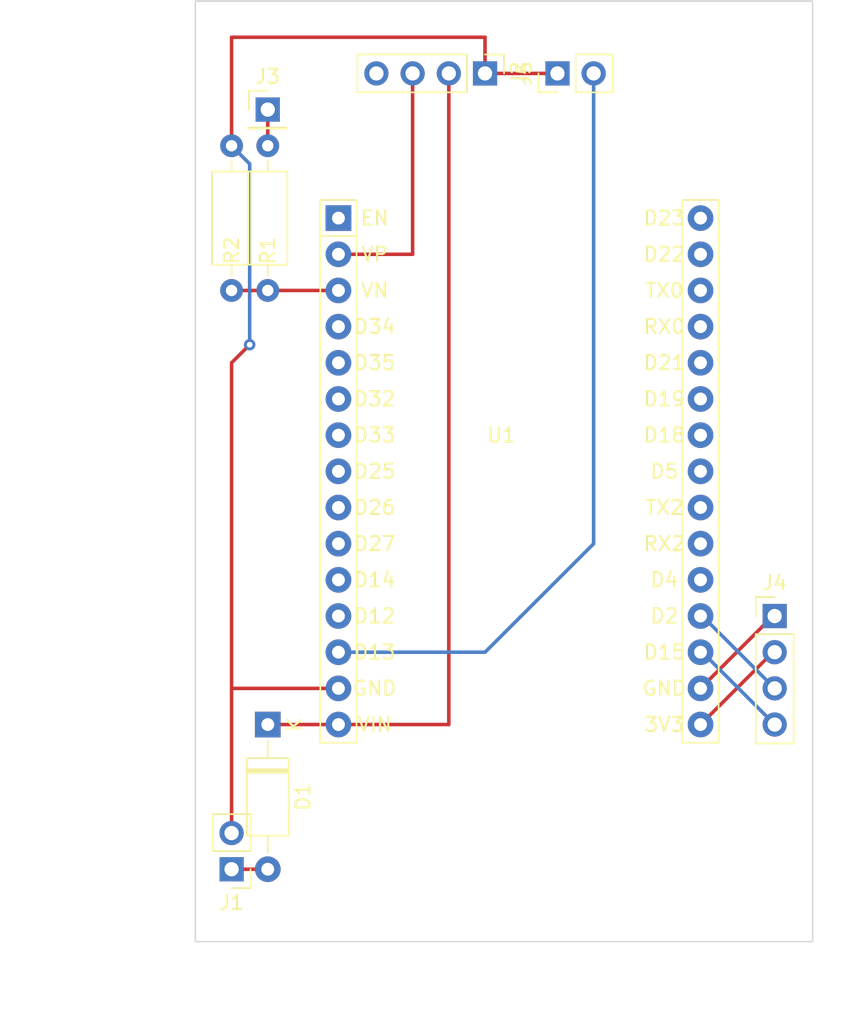
<source format=kicad_pcb>
(kicad_pcb (version 20211014) (generator pcbnew)
  (layers (0 "F.Cu" signal) (31 "B.Cu" signal) (34 "B.Paste" user) (35 "F.Paste" user) (36 "B.SilkS" user "B.Silkscreen") (37 "F.SilkS" user "F.Silkscreen") (38 "B.Mask" user) (39 "F.Mask" user) (44 "Edge.Cuts" user))
  (net 0 "")
  (net 1 "Net-(D1-Pad1)")
  (net 2 "Net-(D1-Pad2)")
  (net 3 "Net-(J1-Pad2)")
  (net 5 "Net-(J3-Pad1)")
  (net 6 "Net-(U1-Pad19)")
  (net 7 "Net-(U1-Pad16)")
  (net 8 "Net-(U1-Pad18)")
  (net 9 "Net-(J5-Pad2)")
  (net 10 "Net-(U1-Pad17)")
  (net 32 "Net-(J2-Pad3)")
  (net 33 "Net-(R1-Pad2)")
  (footprint "Resistor_THT:R_Axial_DIN0207_L6.3mm_D2.5mm_P10.16mm_Horizontal" (layer "F.Cu") (at 144.78 53.34 -90)
    (fp_text reference "R1" (at 7.366 0 90) (layer "F.SilkS"))
    (fp_text value "180K")
    (fp_line (start 8.35 -1.37) (end 1.81 -1.37) (layer "F.SilkS") (width 0.12))
    (fp_line (start 1.81 1.37) (end 8.35 1.37) (layer "F.SilkS") (width 0.12))
    (fp_line (start 1.04 0) (end 1.81 0) (layer "F.SilkS") (width 0.12))
    (fp_line (start 1.81 -1.37) (end 1.81 1.37) (layer "F.SilkS") (width 0.12))
    (fp_line (start 9.12 0) (end 8.35 0) (layer "F.SilkS") (width 0.12))
    (fp_line (start 8.35 1.37) (end 8.35 -1.37) (layer "F.SilkS") (width 0.12))
    (pad "1" thru_hole circle (at 0 0 270) (size 1.6 1.6) (drill 0.8) (layers *.Cu *.Mask) (net 5 "Net-(J3-Pad1)"))
    (pad "2" thru_hole oval (at 10.16 0 270) (size 1.6 1.6) (drill 0.8) (layers *.Cu *.Mask) (net 33 "Net-(R1-Pad2)"))
  )
  (footprint "Connector_PinHeader_2.54mm:PinHeader_1x04_P2.54mm_Vertical" (layer "F.Cu") (at 180.34 86.36)
    (fp_text reference "J4" (at 0 -2.33) (layer "F.SilkS"))
    (fp_text value "Conn_I2C_out")
    (fp_line (start -1.33 1.27) (end -1.33 8.95) (layer "F.SilkS") (width 0.12))
    (fp_line (start -1.33 8.95) (end 1.33 8.95) (layer "F.SilkS") (width 0.12))
    (fp_line (start 1.33 1.27) (end 1.33 8.95) (layer "F.SilkS") (width 0.12))
    (fp_line (start -1.33 1.27) (end 1.33 1.27) (layer "F.SilkS") (width 0.12))
    (fp_line (start -1.33 -1.33) (end 0 -1.33) (layer "F.SilkS") (width 0.12))
    (fp_line (start -1.33 0) (end -1.33 -1.33) (layer "F.SilkS") (width 0.12))
    (pad "1" thru_hole rect (at 0 0) (size 1.7 1.7) (drill 1) (layers *.Cu *.Mask) (net 10 "Net-(U1-Pad17)"))
    (pad "2" thru_hole oval (at 0 2.54) (size 1.7 1.7) (drill 1) (layers *.Cu *.Mask) (net 7 "Net-(U1-Pad16)"))
    (pad "3" thru_hole oval (at 0 5.08) (size 1.7 1.7) (drill 1) (layers *.Cu *.Mask) (net 6 "Net-(U1-Pad19)"))
    (pad "4" thru_hole oval (at 0 7.62) (size 1.7 1.7) (drill 1) (layers *.Cu *.Mask) (net 8 "Net-(U1-Pad18)"))
  )
  (footprint "Diode_THT:D_A-405_P10.16mm_Horizontal" (layer "F.Cu") (at 144.78 93.98 -90)
    (fp_text reference "D1" (at 5.08 -2.47 90) (layer "F.SilkS"))
    (fp_text value "D")
    (fp_text user "K" (at 0 -1.9 90) (layer "F.SilkS"))
    (fp_line (start 3.26 -1.47) (end 3.26 1.47) (layer "F.SilkS") (width 0.12))
    (fp_line (start 7.8 1.47) (end 7.8 -1.47) (layer "F.SilkS") (width 0.12))
    (fp_line (start 2.36 1.47) (end 7.8 1.47) (layer "F.SilkS") (width 0.12))
    (fp_line (start 7.8 -1.47) (end 2.36 -1.47) (layer "F.SilkS") (width 0.12))
    (fp_line (start 1.14 0) (end 2.36 0) (layer "F.SilkS") (width 0.12))
    (fp_line (start 3.14 -1.47) (end 3.14 1.47) (layer "F.SilkS") (width 0.12))
    (fp_line (start 2.36 -1.47) (end 2.36 1.47) (layer "F.SilkS") (width 0.12))
    (fp_line (start 3.38 -1.47) (end 3.38 1.47) (layer "F.SilkS") (width 0.12))
    (fp_line (start 9.02 0) (end 7.8 0) (layer "F.SilkS") (width 0.12))
    (pad "1" thru_hole rect (at 0 0 270) (size 1.8 1.8) (drill 0.9) (layers *.Cu *.Mask) (net 1 "Net-(D1-Pad1)"))
    (pad "2" thru_hole oval (at 10.16 0 270) (size 1.8 1.8) (drill 0.9) (layers *.Cu *.Mask) (net 2 "Net-(D1-Pad2)"))
  )
  (footprint "Node_mcu:NodeMCU_SBC" (layer "F.Cu") (at 149.7375 58.42)
    (fp_text reference "U1" (at 11.43 15.24) (layer "F.SilkS"))
    (fp_text value "NodeMCU_ESP32")
    (fp_text user "D26" (at 2.54 20.32) (layer "F.SilkS"))
    (fp_text user "EN" (at 2.54 0) (layer "F.SilkS"))
    (fp_text user "TX0" (at 22.86 5.08) (layer "F.SilkS"))
    (fp_text user "D2" (at 22.86 27.94) (layer "F.SilkS"))
    (fp_text user "VIN" (at 2.54 35.56) (layer "F.SilkS"))
    (fp_text user "TX2" (at 22.86 20.32) (layer "F.SilkS"))
    (fp_text user "D18" (at 22.86 15.24) (layer "F.SilkS"))
    (fp_text user "GND" (at 22.86 33.02) (layer "F.SilkS"))
    (fp_text user "D23" (at 22.86 0) (layer "F.SilkS"))
    (fp_text user "D25" (at 2.54 17.78) (layer "F.SilkS"))
    (fp_text user "D14" (at 2.54 25.4) (layer "F.SilkS"))
    (fp_text user "3V3" (at 22.86 35.56) (layer "F.SilkS"))
    (fp_text user "D19" (at 22.86 12.7) (layer "F.SilkS"))
    (fp_text user "D34" (at 2.54 7.62) (layer "F.SilkS"))
    (fp_text user "D35" (at 2.54 10.16) (layer "F.SilkS"))
    (fp_text user "D22" (at 22.86 2.54) (layer "F.SilkS"))
    (fp_text user "D21" (at 22.86 10.16) (layer "F.SilkS"))
    (fp_text user "RX2" (at 22.86 22.86) (layer "F.SilkS"))
    (fp_text user "D4" (at 22.86 25.4) (layer "F.SilkS"))
    (fp_text user "D12" (at 2.54 27.94) (layer "F.SilkS"))
    (fp_text user "D33" (at 2.54 15.24) (layer "F.SilkS"))
    (fp_text user "D32" (at 2.54 12.7) (layer "F.SilkS"))
    (fp_text user "D15" (at 22.86 30.48) (layer "F.SilkS"))
    (fp_text user "D5" (at 22.86 17.78) (layer "F.SilkS"))
    (fp_text user "GND" (at 2.54 33.02) (layer "F.SilkS"))
    (fp_text user "D13" (at 2.54 30.48) (layer "F.SilkS"))
    (fp_text user "VN" (at 2.54 5.08) (layer "F.SilkS"))
    (fp_text user "D27" (at 2.54 22.86) (layer "F.SilkS"))
    (fp_text user "RX0" (at 22.86 7.62) (layer "F.SilkS"))
    (fp_text user "VP" (at 2.54 2.54) (layer "F.SilkS"))
    (fp_line (start 24.13 -1.27) (end 24.13 36.83) (layer "F.SilkS") (width 0.12))
    (fp_line (start 1.27 36.83) (end 1.27 -1.27) (layer "F.SilkS") (width 0.12))
    (fp_line (start 24.13 36.83) (end 26.67 36.83) (layer "F.SilkS") (width 0.12))
    (fp_line (start -1.27 -1.27) (end -1.27 36.83) (layer "F.SilkS") (width 0.12))
    (fp_line (start 1.27 -1.27) (end -1.27 -1.27) (layer "F.SilkS") (width 0.12))
    (fp_line (start 26.67 36.83) (end 26.67 -1.27) (layer "F.SilkS") (width 0.12))
    (fp_line (start 1.27 1.27) (end -1.27 1.27) (layer "F.SilkS") (width 0.12))
    (fp_line (start -1.27 36.83) (end 1.27 36.83) (layer "F.SilkS") (width 0.12))
    (fp_line (start 26.67 -1.27) (end 24.13 -1.27) (layer "F.SilkS") (width 0.12))
    (pad "" np_thru_hole circle (at 25.3475 -4.25) (size 3.2 3.2) (drill 3.2) (layers *.Cu *.Mask))
    (pad "" np_thru_hole circle (at 25.3475 43.18) (size 3.2 3.2) (drill 3.2) (layers *.Cu *.Mask))
    (pad "" np_thru_hole circle (at 0.1125 43.18) (size 3.2 3.2) (drill 3.2) (layers *.Cu *.Mask))
    (pad "" np_thru_hole circle (at 0.0625 -4.25) (size 3.2 3.2) (drill 3.2) (layers *.Cu *.Mask))
    (pad "1" thru_hole rect (at 0 0) (size 1.8 1.8) (drill 0.9) (layers *.Cu *.Mask))
    (pad "2" thru_hole circle (at 0 2.54) (size 1.8 1.8) (drill 0.9) (layers *.Cu *.Mask) (net 32 "Net-(J2-Pad3)"))
    (pad "3" thru_hole circle (at 0 5.08) (size 1.8 1.8) (drill 0.9) (layers *.Cu *.Mask) (net 33 "Net-(R1-Pad2)"))
    (pad "4" thru_hole circle (at 0 7.62) (size 1.8 1.8) (drill 0.9) (layers *.Cu *.Mask))
    (pad "5" thru_hole circle (at 0 10.16) (size 1.8 1.8) (drill 0.9) (layers *.Cu *.Mask))
    (pad "6" thru_hole circle (at 0 12.7) (size 1.8 1.8) (drill 0.9) (layers *.Cu *.Mask))
    (pad "7" thru_hole circle (at 0 15.24) (size 1.8 1.8) (drill 0.9) (layers *.Cu *.Mask))
    (pad "8" thru_hole circle (at 0 17.78) (size 1.8 1.8) (drill 0.9) (layers *.Cu *.Mask))
    (pad "9" thru_hole circle (at 0 20.32) (size 1.8 1.8) (drill 0.9) (layers *.Cu *.Mask))
    (pad "10" thru_hole circle (at 0 22.86) (size 1.8 1.8) (drill 0.9) (layers *.Cu *.Mask))
    (pad "11" thru_hole circle (at 0 25.4) (size 1.8 1.8) (drill 0.9) (layers *.Cu *.Mask))
    (pad "12" thru_hole circle (at 0 27.94) (size 1.8 1.8) (drill 0.9) (layers *.Cu *.Mask))
    (pad "13" thru_hole circle (at 0 30.48) (size 1.8 1.8) (drill 0.9) (layers *.Cu *.Mask) (net 9 "Net-(J5-Pad2)"))
    (pad "14" thru_hole circle (at 0 33.02) (size 1.8 1.8) (drill 0.9) (layers *.Cu *.Mask) (net 3 "Net-(J1-Pad2)"))
    (pad "15" thru_hole circle (at 0 35.56) (size 1.8 1.8) (drill 0.9) (layers *.Cu *.Mask) (net 1 "Net-(D1-Pad1)"))
    (pad "16" thru_hole circle (at 25.4 35.56) (size 1.8 1.8) (drill 0.9) (layers *.Cu *.Mask) (net 7 "Net-(U1-Pad16)"))
    (pad "17" thru_hole circle (at 25.4 33.02) (size 1.8 1.8) (drill 0.9) (layers *.Cu *.Mask) (net 10 "Net-(U1-Pad17)"))
    (pad "18" thru_hole circle (at 25.4 30.48) (size 1.8 1.8) (drill 0.9) (layers *.Cu *.Mask) (net 8 "Net-(U1-Pad18)"))
    (pad "19" thru_hole circle (at 25.4 27.94) (size 1.8 1.8) (drill 0.9) (layers *.Cu *.Mask) (net 6 "Net-(U1-Pad19)"))
    (pad "20" thru_hole circle (at 25.4 25.4) (size 1.8 1.8) (drill 0.9) (layers *.Cu *.Mask))
    (pad "21" thru_hole circle (at 25.4 22.86) (size 1.8 1.8) (drill 0.9) (layers *.Cu *.Mask))
    (pad "22" thru_hole circle (at 25.4 20.32) (size 1.8 1.8) (drill 0.9) (layers *.Cu *.Mask))
    (pad "23" thru_hole circle (at 25.4 17.78) (size 1.8 1.8) (drill 0.9) (layers *.Cu *.Mask))
    (pad "24" thru_hole circle (at 25.4 15.24) (size 1.8 1.8) (drill 0.9) (layers *.Cu *.Mask))
    (pad "25" thru_hole circle (at 25.4 12.7) (size 1.8 1.8) (drill 0.9) (layers *.Cu *.Mask))
    (pad "26" thru_hole circle (at 25.4 10.16) (size 1.8 1.8) (drill 0.9) (layers *.Cu *.Mask))
    (pad "27" thru_hole circle (at 25.4 7.62) (size 1.8 1.8) (drill 0.9) (layers *.Cu *.Mask))
    (pad "28" thru_hole circle (at 25.4 5.08) (size 1.8 1.8) (drill 0.9) (layers *.Cu *.Mask))
    (pad "29" thru_hole circle (at 25.4 2.54) (size 1.8 1.8) (drill 0.9) (layers *.Cu *.Mask))
    (pad "30" thru_hole circle (at 25.4 0) (size 1.8 1.8) (drill 0.9) (layers *.Cu *.Mask))
  )
  (footprint "Resistor_THT:R_Axial_DIN0207_L6.3mm_D2.5mm_P10.16mm_Horizontal" (layer "F.Cu") (at 142.24 63.5 90)
    (fp_text reference "R2" (at 2.794 0 90) (layer "F.SilkS"))
    (fp_text value "12K")
    (fp_line (start 8.35 1.37) (end 8.35 -1.37) (layer "F.SilkS") (width 0.12))
    (fp_line (start 1.81 -1.37) (end 1.81 1.37) (layer "F.SilkS") (width 0.12))
    (fp_line (start 1.04 0) (end 1.81 0) (layer "F.SilkS") (width 0.12))
    (fp_line (start 8.35 -1.37) (end 1.81 -1.37) (layer "F.SilkS") (width 0.12))
    (fp_line (start 1.81 1.37) (end 8.35 1.37) (layer "F.SilkS") (width 0.12))
    (fp_line (start 9.12 0) (end 8.35 0) (layer "F.SilkS") (width 0.12))
    (pad "1" thru_hole circle (at 0 0 90) (size 1.6 1.6) (drill 0.8) (layers *.Cu *.Mask) (net 33 "Net-(R1-Pad2)"))
    (pad "2" thru_hole oval (at 10.16 0 90) (size 1.6 1.6) (drill 0.8) (layers *.Cu *.Mask) (net 3 "Net-(J1-Pad2)"))
  )
  (footprint "Connector_PinHeader_2.54mm:PinHeader_1x01_P2.54mm_Vertical" (layer "F.Cu") (at 144.78 50.8)
    (fp_text reference "J3" (at 0 -2.33) (layer "F.SilkS"))
    (fp_text value "Conn_battery")
    (fp_line (start -1.33 -1.33) (end 0 -1.33) (layer "F.SilkS") (width 0.12))
    (fp_line (start 1.33 1.27) (end 1.33 1.33) (layer "F.SilkS") (width 0.12))
    (fp_line (start -1.33 1.27) (end -1.33 1.33) (layer "F.SilkS") (width 0.12))
    (fp_line (start -1.33 1.33) (end 1.33 1.33) (layer "F.SilkS") (width 0.12))
    (fp_line (start -1.33 1.27) (end 1.33 1.27) (layer "F.SilkS") (width 0.12))
    (fp_line (start -1.33 0) (end -1.33 -1.33) (layer "F.SilkS") (width 0.12))
    (pad "1" thru_hole rect (at 0 0) (size 1.7 1.7) (drill 1) (layers *.Cu *.Mask) (net 5 "Net-(J3-Pad1)"))
  )
  (footprint "Connector_PinHeader_2.54mm:PinHeader_1x02_P2.54mm_Vertical" (layer "F.Cu") (at 142.24 104.14 180)
    (fp_text reference "J1" (at 0 -2.33) (layer "F.SilkS"))
    (fp_text value "Conn_alim")
    (fp_line (start -1.33 3.87) (end 1.33 3.87) (layer "F.SilkS") (width 0.12))
    (fp_line (start -1.33 1.27) (end -1.33 3.87) (layer "F.SilkS") (width 0.12))
    (fp_line (start -1.33 -1.33) (end 0 -1.33) (layer "F.SilkS") (width 0.12))
    (fp_line (start -1.33 1.27) (end 1.33 1.27) (layer "F.SilkS") (width 0.12))
    (fp_line (start 1.33 1.27) (end 1.33 3.87) (layer "F.SilkS") (width 0.12))
    (fp_line (start -1.33 0) (end -1.33 -1.33) (layer "F.SilkS") (width 0.12))
    (pad "1" thru_hole rect (at 0 0 180) (size 1.7 1.7) (drill 1) (layers *.Cu *.Mask) (net 2 "Net-(D1-Pad2)"))
    (pad "2" thru_hole oval (at 0 2.54 180) (size 1.7 1.7) (drill 1) (layers *.Cu *.Mask) (net 3 "Net-(J1-Pad2)"))
  )
  (footprint "Connector_PinHeader_2.54mm:PinHeader_1x02_P2.54mm_Vertical" (layer "F.Cu") (at 165.1 48.26 90)
    (fp_text reference "J5" (at 0 -2.33 90) (layer "F.SilkS"))
    (fp_text value "Conn_speed_sensor")
    (fp_line (start -1.33 0) (end -1.33 -1.33) (layer "F.SilkS") (width 0.12))
    (fp_line (start -1.33 1.27) (end 1.33 1.27) (layer "F.SilkS") (width 0.12))
    (fp_line (start -1.33 1.27) (end -1.33 3.87) (layer "F.SilkS") (width 0.12))
    (fp_line (start -1.33 -1.33) (end 0 -1.33) (layer "F.SilkS") (width 0.12))
    (fp_line (start 1.33 1.27) (end 1.33 3.87) (layer "F.SilkS") (width 0.12))
    (fp_line (start -1.33 3.87) (end 1.33 3.87) (layer "F.SilkS") (width 0.12))
    (pad "1" thru_hole rect (at 0 0 90) (size 1.7 1.7) (drill 1) (layers *.Cu *.Mask) (net 3 "Net-(J1-Pad2)"))
    (pad "2" thru_hole oval (at 0 2.54 90) (size 1.7 1.7) (drill 1) (layers *.Cu *.Mask) (net 9 "Net-(J5-Pad2)"))
  )
  (footprint "Connector_PinHeader_2.54mm:PinHeader_1x04_P2.54mm_Vertical" (layer "F.Cu") (at 160.02 48.26 -90)
    (fp_text reference "J2" (at 0 -2.33 90) (layer "F.SilkS"))
    (fp_text value "Conn_HSTS016L")
    (fp_line (start -1.33 0) (end -1.33 -1.33) (layer "F.SilkS") (width 0.12))
    (fp_line (start -1.33 -1.33) (end 0 -1.33) (layer "F.SilkS") (width 0.12))
    (fp_line (start -1.33 1.27) (end 1.33 1.27) (layer "F.SilkS") (width 0.12))
    (fp_line (start -1.33 1.27) (end -1.33 8.95) (layer "F.SilkS") (width 0.12))
    (fp_line (start 1.33 1.27) (end 1.33 8.95) (layer "F.SilkS") (width 0.12))
    (fp_line (start -1.33 8.95) (end 1.33 8.95) (layer "F.SilkS") (width 0.12))
    (pad "1" thru_hole rect (at 0 0 270) (size 1.7 1.7) (drill 1) (layers *.Cu *.Mask) (net 3 "Net-(J1-Pad2)"))
    (pad "2" thru_hole oval (at 0 2.54 270) (size 1.7 1.7) (drill 1) (layers *.Cu *.Mask) (net 1 "Net-(D1-Pad1)"))
    (pad "3" thru_hole oval (at 0 5.08 270) (size 1.7 1.7) (drill 1) (layers *.Cu *.Mask) (net 32 "Net-(J2-Pad3)"))
    (pad "4" thru_hole oval (at 0 7.62 270) (size 1.7 1.7) (drill 1) (layers *.Cu *.Mask))
  )
  (gr_rect (start 139.7 43.18) (end 183 109.22) (layer "Edge.Cuts") (width 0.1) (fill none))
  (segment (start 157.48 93.98) (end 157.48 48.26) (width 0.25) (layer "F.Cu") (net 1))
  (segment (start 144.78 93.98) (end 149.7375 93.98) (width 0.25) (layer "F.Cu") (net 1))
  (segment (start 149.7375 93.98) (end 157.48 93.98) (width 0.25) (layer "F.Cu") (net 1))
  (segment (start 142.24 104.14) (end 144.78 104.14) (width 0.25) (layer "F.Cu") (net 2))
  (segment (start 160.02 45.72) (end 160.02 48.26) (width 0.25) (layer "F.Cu") (net 3))
  (segment (start 142.24 91.44) (end 149.7375 91.44) (width 0.25) (layer "F.Cu") (net 3))
  (segment (start 142.24 53.34) (end 142.24 45.72) (width 0.25) (layer "F.Cu") (net 3))
  (segment (start 142.24 45.72) (end 160.02 45.72) (width 0.25) (layer "F.Cu") (net 3))
  (segment (start 160.02 48.26) (end 165.1 48.26) (width 0.25) (layer "F.Cu") (net 3))
  (segment (start 142.24 91.44) (end 142.24 68.58) (width 0.25) (layer "F.Cu") (net 3))
  (segment (start 142.24 101.6) (end 142.24 91.44) (width 0.25) (layer "F.Cu") (net 3))
  (segment (start 142.24 68.58) (end 143.51 67.31) (width 0.25) (layer "F.Cu") (net 3))
  (via (at 143.51 67.31) (size 0.8) (drill 0.4) (layers "F.Cu" "B.Cu") (net 3))
  (segment (start 143.51 54.61) (end 142.24 53.34) (width 0.25) (layer "B.Cu") (net 3))
  (segment (start 143.51 67.31) (end 143.51 54.61) (width 0.25) (layer "B.Cu") (net 3))
  (segment (start 144.78 50.8) (end 144.78 53.34) (width 0.25) (layer "F.Cu") (net 5))
  (segment (start 180.34 91.44) (end 175.26 86.36) (width 0.25) (layer "B.Cu") (net 6))
  (segment (start 180.2175 88.9) (end 180.34 88.9) (width 0.25) (layer "F.Cu") (net 7))
  (segment (start 175.1375 93.98) (end 180.2175 88.9) (width 0.25) (layer "F.Cu") (net 7))
  (segment (start 180.34 93.98) (end 175.26 88.9) (width 0.25) (layer "B.Cu") (net 8))
  (segment (start 160.02 88.9) (end 149.7375 88.9) (width 0.25) (layer "B.Cu") (net 9))
  (segment (start 167.64 81.28) (end 160.02 88.9) (width 0.25) (layer "B.Cu") (net 9))
  (segment (start 167.64 48.26) (end 167.64 81.28) (width 0.25) (layer "B.Cu") (net 9))
  (segment (start 175.1375 91.44) (end 180.2175 86.36) (width 0.25) (layer "F.Cu") (net 10))
  (segment (start 180.2175 86.36) (end 180.34 86.36) (width 0.25) (layer "F.Cu") (net 10))
  (segment (start 154.94 60.96) (end 149.7375 60.96) (width 0.25) (layer "F.Cu") (net 32))
  (segment (start 154.94 48.26) (end 154.94 60.96) (width 0.25) (layer "F.Cu") (net 32))
  (segment (start 144.78 63.5) (end 149.7375 63.5) (width 0.25) (layer "F.Cu") (net 33))
  (segment (start 144.78 63.5) (end 142.24 63.5) (width 0.25) (layer "F.Cu") (net 33))
)
</source>
